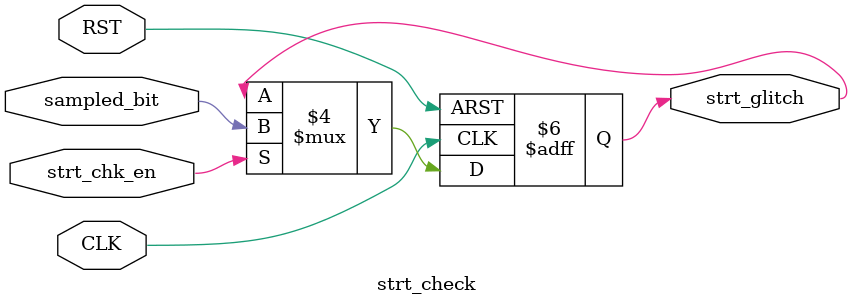
<source format=v>
module strt_check (
    input  wire       CLK,
    input  wire       RST,
    input  wire       strt_chk_en,
    input  wire       sampled_bit,
    output reg        strt_glitch
);
    always @(posedge CLK or negedge RST) begin
        if (~RST) begin
            strt_glitch <= 1'd0;
        end
        else begin
            if (strt_chk_en) begin
                strt_glitch <= (sampled_bit != 1'd0);
            end
        end
    end
endmodule

</source>
